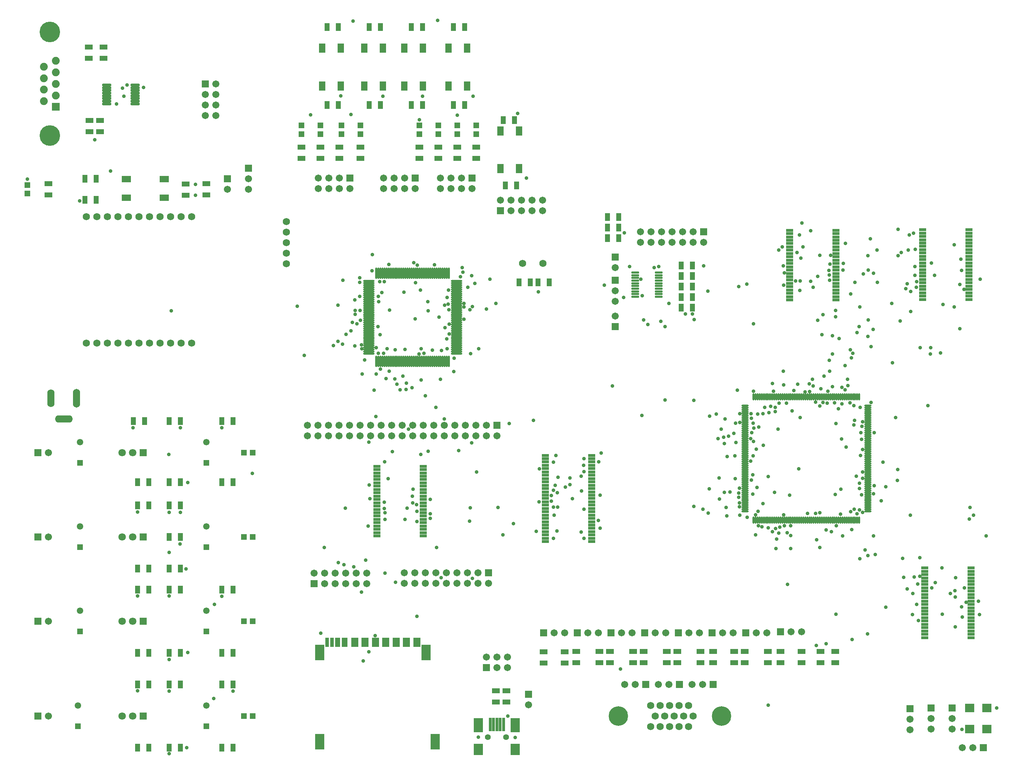
<source format=gts>
%FSLAX44Y44*%
%MOMM*%
G71*
G01*
G75*
G04 Layer_Color=8388736*
%ADD10R,1.1000X1.7000*%
%ADD11R,1.5500X0.4500*%
%ADD12R,1.7000X1.1000*%
%ADD13R,1.4000X2.1000*%
%ADD14R,1.2000X1.2000*%
%ADD15R,1.2000X1.2000*%
%ADD16O,0.3000X2.5400*%
%ADD17O,2.5400X0.3000*%
%ADD18R,2.1000X1.4000*%
%ADD19R,1.5500X0.5500*%
%ADD20O,1.7000X0.3500*%
%ADD21O,1.5500X0.2500*%
%ADD22O,0.2500X1.5500*%
%ADD23R,0.5000X3.1000*%
%ADD24R,2.0000X2.5000*%
%ADD25R,2.0000X3.3000*%
%ADD26O,2.1000X0.4500*%
%ADD27R,0.7000X2.0000*%
%ADD28R,1.0000X2.0000*%
%ADD29R,1.2000X2.0000*%
%ADD30R,1.5000X2.0000*%
%ADD31R,2.0000X3.5000*%
%ADD32R,2.0000X1.8000*%
%ADD33C,0.1500*%
%ADD34R,1.5000X1.5000*%
%ADD35C,1.5000*%
%ADD36R,1.5000X1.5000*%
%ADD37C,1.3500*%
%ADD38R,1.2500X1.2500*%
%ADD39C,1.6000*%
%ADD40R,1.6000X1.6000*%
%ADD41C,1.2000*%
%ADD42O,1.5240X4.0640*%
%ADD43O,4.0640X1.5240*%
%ADD44O,1.5240X4.3180*%
%ADD45C,4.7600*%
%ADD46R,1.6900X1.6900*%
%ADD47C,1.6900*%
%ADD48C,1.5240*%
%ADD49C,4.5000*%
%ADD50C,0.7100*%
%ADD51C,1.0160*%
%ADD52C,0.2540*%
%ADD53C,1.9160*%
G04:AMPARAMS|DCode=54|XSize=2.424mm|YSize=2.424mm|CornerRadius=0mm|HoleSize=0mm|Usage=FLASHONLY|Rotation=0.000|XOffset=0mm|YOffset=0mm|HoleType=Round|Shape=Relief|Width=0.254mm|Gap=0.254mm|Entries=4|*
%AMTHD54*
7,0,0,2.4240,1.9160,0.2540,45*
%
%ADD54THD54*%
%ADD55C,1.8160*%
G04:AMPARAMS|DCode=56|XSize=2.274mm|YSize=2.274mm|CornerRadius=0mm|HoleSize=0mm|Usage=FLASHONLY|Rotation=0.000|XOffset=0mm|YOffset=0mm|HoleType=Round|Shape=Relief|Width=0.254mm|Gap=0.254mm|Entries=4|*
%AMTHD56*
7,0,0,2.2740,1.7660,0.2540,45*
%
%ADD56THD56*%
%ADD57C,2.0160*%
G04:AMPARAMS|DCode=58|XSize=2.524mm|YSize=2.524mm|CornerRadius=0mm|HoleSize=0mm|Usage=FLASHONLY|Rotation=0.000|XOffset=0mm|YOffset=0mm|HoleType=Round|Shape=Relief|Width=0.254mm|Gap=0.254mm|Entries=4|*
%AMTHD58*
7,0,0,2.5240,2.0160,0.2540,45*
%
%ADD58THD58*%
%ADD59C,1.7660*%
%ADD60O,1.7780X4.3180*%
%ADD61O,4.3180X1.7780*%
%AMTHOVALD62*
21,1,2.7940,2.2860,0,0,270.0*
1,1,2.2860,0.0000,1.3970*
1,1,2.2860,0.0000,-1.3970*
21,0,2.7940,1.7780,0,0,270.0*
1,0,1.7780,0.0000,1.3970*
1,0,1.7780,0.0000,-1.3970*
4,0,4,-0.0898,1.3072,-0.8980,2.1154,-0.7184,2.2950,0.0898,1.4868,-0.0898,1.3072,0.0*
4,0,4,-0.0898,-1.4868,0.7184,-2.2950,0.8980,-2.1154,0.0898,-1.3072,-0.0898,-1.4868,0.0*
4,0,4,-0.0898,1.4868,0.7184,2.2950,0.8980,2.1154,0.0898,1.3072,-0.0898,1.4868,0.0*
4,0,4,-0.0898,-1.3072,-0.8980,-2.1154,-0.7184,-2.2950,0.0898,-1.4868,-0.0898,-1.3072,0.0*
%
%ADD62THOVALD62*%

%ADD63C,4.2760*%
%ADD64C,2.1060*%
G04:AMPARAMS|DCode=65|XSize=2.424mm|YSize=2.424mm|CornerRadius=0mm|HoleSize=0mm|Usage=FLASHONLY|Rotation=0.000|XOffset=0mm|YOffset=0mm|HoleType=Round|Shape=Relief|Width=0.254mm|Gap=0.254mm|Entries=4|*
%AMTHD65*
7,0,0,2.4240,1.9160,0.2540,45*
%
%ADD65THD65*%
%ADD66C,1.9160*%
%ADD67C,4.2160*%
%ADD68C,2.2060*%
%ADD69C,2.0160*%
%ADD70C,1.3160*%
G04:AMPARAMS|DCode=71|XSize=1.824mm|YSize=1.824mm|CornerRadius=0mm|HoleSize=0mm|Usage=FLASHONLY|Rotation=0.000|XOffset=0mm|YOffset=0mm|HoleType=Round|Shape=Relief|Width=0.254mm|Gap=0.254mm|Entries=4|*
%AMTHD71*
7,0,0,1.8240,1.3160,0.2540,45*
%
%ADD71THD71*%
G04:AMPARAMS|DCode=72|XSize=2.324mm|YSize=2.324mm|CornerRadius=0mm|HoleSize=0mm|Usage=FLASHONLY|Rotation=0.000|XOffset=0mm|YOffset=0mm|HoleType=Round|Shape=Relief|Width=0.254mm|Gap=0.254mm|Entries=4|*
%AMTHD72*
7,0,0,2.3240,1.8160,0.2540,45*
%
%ADD72THD72*%
%AMTHOVALD73*
21,1,2.5400,2.2860,0,0,90.0*
1,1,2.2860,0.0000,-1.2700*
1,1,2.2860,0.0000,1.2700*
21,0,2.5400,1.7780,0,0,90.0*
1,0,1.7780,0.0000,-1.2700*
1,0,1.7780,0.0000,1.2700*
4,0,4,0.0898,-1.1802,0.8980,-1.9884,0.7184,-2.1680,-0.0898,-1.3598,0.0898,-1.1802,0.0*
4,0,4,0.0898,1.3598,-0.7184,2.1680,-0.8980,1.9884,-0.0898,1.1802,0.0898,1.3598,0.0*
4,0,4,0.0898,-1.3598,-0.7184,-2.1680,-0.8980,-1.9884,-0.0898,-1.1802,0.0898,-1.3598,0.0*
4,0,4,0.0898,1.1802,0.8980,1.9884,0.7184,2.1680,-0.0898,1.3598,0.0898,1.1802,0.0*
%
%ADD73THOVALD73*%

%AMTHOVALD74*
21,1,2.5400,2.2860,0,0,180.0*
1,1,2.2860,1.2700,0.0000*
1,1,2.2860,-1.2700,0.0000*
21,0,2.5400,1.7780,0,0,180.0*
1,0,1.7780,1.2700,0.0000*
1,0,1.7780,-1.2700,0.0000*
4,0,4,1.1802,0.0898,1.9884,0.8980,2.1680,0.7184,1.3598,-0.0898,1.1802,0.0898,0.0*
4,0,4,-1.3598,0.0898,-2.1680,-0.7184,-1.9884,-0.8980,-1.1802,-0.0898,-1.3598,0.0898,0.0*
4,0,4,1.3598,0.0898,2.1680,-0.7184,1.9884,-0.8980,1.1802,-0.0898,1.3598,0.0898,0.0*
4,0,4,-1.1802,0.0898,-1.9884,0.8980,-2.1680,0.7184,-1.3598,-0.0898,-1.1802,0.0898,0.0*
%
%ADD74THOVALD74*%

%ADD75O,1.7780X4.5720*%
G04:AMPARAMS|DCode=76|XSize=4.784mm|YSize=4.784mm|CornerRadius=0mm|HoleSize=0mm|Usage=FLASHONLY|Rotation=0.000|XOffset=0mm|YOffset=0mm|HoleType=Round|Shape=Relief|Width=0.254mm|Gap=0.254mm|Entries=4|*
%AMTHD76*
7,0,0,4.7840,4.2760,0.2540,45*
%
%ADD76THD76*%
G04:AMPARAMS|DCode=77|XSize=2.614mm|YSize=2.614mm|CornerRadius=0mm|HoleSize=0mm|Usage=FLASHONLY|Rotation=0.000|XOffset=0mm|YOffset=0mm|HoleType=Round|Shape=Relief|Width=0.254mm|Gap=0.254mm|Entries=4|*
%AMTHD77*
7,0,0,2.6140,2.1060,0.2540,45*
%
%ADD77THD77*%
G04:AMPARAMS|DCode=78|XSize=2.524mm|YSize=2.524mm|CornerRadius=0mm|HoleSize=0mm|Usage=FLASHONLY|Rotation=0.000|XOffset=0mm|YOffset=0mm|HoleType=Round|Shape=Relief|Width=0.254mm|Gap=0.254mm|Entries=4|*
%AMTHD78*
7,0,0,2.5240,2.0160,0.2540,45*
%
%ADD78THD78*%
%ADD79C,0.6000*%
%ADD80C,0.2500*%
%ADD81C,0.2000*%
%ADD82C,0.1016*%
%ADD83C,0.1778*%
%ADD84C,0.2032*%
%ADD85C,0.5080*%
%ADD86C,0.2794*%
%ADD87R,1.3032X1.9032*%
%ADD88R,1.7532X0.6532*%
%ADD89R,1.9032X1.3032*%
%ADD90R,1.6032X2.3032*%
%ADD91R,1.4032X1.4032*%
%ADD92R,1.4032X1.4032*%
%ADD93O,0.5032X2.7432*%
%ADD94O,2.7432X0.5032*%
%ADD95R,2.3032X1.6032*%
%ADD96R,1.7532X0.7532*%
%ADD97O,1.9032X0.5532*%
%ADD98O,1.7532X0.4532*%
%ADD99O,0.4532X1.7532*%
%ADD100R,0.7032X3.3032*%
%ADD101R,2.2032X2.7032*%
%ADD102R,2.2032X3.5032*%
%ADD103O,2.3032X0.6532*%
%ADD104R,0.9032X2.2032*%
%ADD105R,1.2032X2.2032*%
%ADD106R,1.4032X2.2032*%
%ADD107R,1.7032X2.2032*%
%ADD108R,2.2032X3.7032*%
%ADD109R,2.2032X2.0032*%
%ADD110R,1.7032X1.7032*%
%ADD111C,1.7032*%
%ADD112R,1.7032X1.7032*%
%ADD113C,1.5532*%
%ADD114R,1.4532X1.4532*%
%ADD115C,1.8032*%
%ADD116R,1.8032X1.8032*%
%ADD117C,1.4032*%
%ADD118O,1.7272X4.2672*%
%ADD119O,4.2672X1.7272*%
%ADD120O,1.7272X4.5212*%
%ADD121C,4.9632*%
%ADD122R,1.8932X1.8932*%
%ADD123C,1.8932*%
%ADD124C,1.7272*%
%ADD125C,4.7032*%
%ADD126C,0.9132*%
D87*
X931710Y1398270D02*
D03*
X904710D02*
D03*
X828510D02*
D03*
X855510D02*
D03*
X1285710Y2363470D02*
D03*
X1312710D02*
D03*
X1387310D02*
D03*
X1414310D02*
D03*
X1488910D02*
D03*
X1515910D02*
D03*
X1590510D02*
D03*
X1617510D02*
D03*
X1716240Y2169160D02*
D03*
X1743240D02*
D03*
X1821980Y1935480D02*
D03*
X1794980D02*
D03*
X1776260D02*
D03*
X1749260D02*
D03*
X1312710Y2551430D02*
D03*
X1285710D02*
D03*
X1414310D02*
D03*
X1387310D02*
D03*
X1515910D02*
D03*
X1488910D02*
D03*
X1617510D02*
D03*
X1590510D02*
D03*
X1738160Y2326640D02*
D03*
X1711160D02*
D03*
X2140420Y1925320D02*
D03*
X2167420D02*
D03*
X2140420Y1874520D02*
D03*
X2167420D02*
D03*
Y1899920D02*
D03*
X2140420D02*
D03*
Y1976120D02*
D03*
X2167420D02*
D03*
X2140420Y1950720D02*
D03*
X2167420D02*
D03*
X1989620Y2042160D02*
D03*
X1962620D02*
D03*
X1989620Y2067560D02*
D03*
X1962620D02*
D03*
X1989620Y2092960D02*
D03*
X1962620D02*
D03*
X701510Y2134870D02*
D03*
X728510D02*
D03*
Y2185670D02*
D03*
X701510D02*
D03*
X1031710Y1601470D02*
D03*
X1058710D02*
D03*
X818350D02*
D03*
X845350D02*
D03*
X931710Y1454150D02*
D03*
X904710D02*
D03*
X931710Y1601470D02*
D03*
X904710D02*
D03*
X828510Y1454150D02*
D03*
X855510D02*
D03*
X1058710D02*
D03*
X1031710D02*
D03*
X931710Y1245870D02*
D03*
X904710D02*
D03*
X931710Y1322070D02*
D03*
X904710D02*
D03*
X828510Y1245870D02*
D03*
X855510D02*
D03*
X1031710Y1195070D02*
D03*
X1058710D02*
D03*
X828510D02*
D03*
X855510D02*
D03*
X931710Y1042670D02*
D03*
X904710D02*
D03*
Y1195070D02*
D03*
X931710D02*
D03*
X855510Y1042670D02*
D03*
X828510D02*
D03*
X1031710D02*
D03*
X1058710D02*
D03*
Y966470D02*
D03*
X1031710D02*
D03*
X828510D02*
D03*
X855510D02*
D03*
X931710Y814070D02*
D03*
X904710D02*
D03*
Y966470D02*
D03*
X931710D02*
D03*
X855510Y814070D02*
D03*
X828510D02*
D03*
X1058710D02*
D03*
X1031710D02*
D03*
D88*
X2834760Y1894660D02*
D03*
Y1902660D02*
D03*
Y1910660D02*
D03*
Y1918660D02*
D03*
Y1926660D02*
D03*
Y1934660D02*
D03*
Y1942660D02*
D03*
Y1950660D02*
D03*
Y1958660D02*
D03*
Y1966660D02*
D03*
Y1974660D02*
D03*
Y1982660D02*
D03*
Y1990660D02*
D03*
Y1998660D02*
D03*
Y2006660D02*
D03*
Y2014660D02*
D03*
Y2022660D02*
D03*
Y2030660D02*
D03*
Y2038660D02*
D03*
Y2046660D02*
D03*
Y2054660D02*
D03*
Y2062660D02*
D03*
X2722760Y1894660D02*
D03*
Y1902660D02*
D03*
Y1910660D02*
D03*
Y1918660D02*
D03*
Y1926660D02*
D03*
Y1934660D02*
D03*
Y1942660D02*
D03*
Y1950660D02*
D03*
Y1958660D02*
D03*
Y1966660D02*
D03*
Y1974660D02*
D03*
Y1982660D02*
D03*
Y1990660D02*
D03*
Y1998660D02*
D03*
Y2006660D02*
D03*
Y2014660D02*
D03*
Y2022660D02*
D03*
Y2030660D02*
D03*
Y2038660D02*
D03*
Y2046660D02*
D03*
Y2054660D02*
D03*
Y2062660D02*
D03*
X2513450Y1893390D02*
D03*
Y1901390D02*
D03*
Y1909390D02*
D03*
Y1917390D02*
D03*
Y1925390D02*
D03*
Y1933390D02*
D03*
Y1941390D02*
D03*
Y1949390D02*
D03*
Y1957390D02*
D03*
Y1965390D02*
D03*
Y1973390D02*
D03*
Y1981390D02*
D03*
Y1989390D02*
D03*
Y1997390D02*
D03*
Y2005390D02*
D03*
Y2013390D02*
D03*
Y2021390D02*
D03*
Y2029390D02*
D03*
Y2037390D02*
D03*
Y2045390D02*
D03*
Y2053390D02*
D03*
Y2061390D02*
D03*
X2401450Y1893390D02*
D03*
Y1901390D02*
D03*
Y1909390D02*
D03*
Y1917390D02*
D03*
Y1925390D02*
D03*
Y1933390D02*
D03*
Y1941390D02*
D03*
Y1949390D02*
D03*
Y1957390D02*
D03*
Y1965390D02*
D03*
Y1973390D02*
D03*
Y1981390D02*
D03*
Y1989390D02*
D03*
Y1997390D02*
D03*
Y2005390D02*
D03*
Y2013390D02*
D03*
Y2021390D02*
D03*
Y2029390D02*
D03*
Y2037390D02*
D03*
Y2045390D02*
D03*
Y2053390D02*
D03*
Y2061390D02*
D03*
X2727840Y1247320D02*
D03*
Y1239320D02*
D03*
Y1231320D02*
D03*
Y1223320D02*
D03*
Y1215320D02*
D03*
Y1207320D02*
D03*
Y1199320D02*
D03*
Y1191320D02*
D03*
Y1183320D02*
D03*
Y1175320D02*
D03*
Y1167320D02*
D03*
Y1159320D02*
D03*
Y1151320D02*
D03*
Y1143320D02*
D03*
Y1135320D02*
D03*
Y1127320D02*
D03*
Y1119320D02*
D03*
Y1111320D02*
D03*
Y1103320D02*
D03*
Y1095320D02*
D03*
Y1087320D02*
D03*
Y1079320D02*
D03*
X2839840Y1247320D02*
D03*
Y1239320D02*
D03*
Y1231320D02*
D03*
Y1223320D02*
D03*
Y1215320D02*
D03*
Y1207320D02*
D03*
Y1199320D02*
D03*
Y1191320D02*
D03*
Y1183320D02*
D03*
Y1175320D02*
D03*
Y1167320D02*
D03*
Y1159320D02*
D03*
Y1151320D02*
D03*
Y1143320D02*
D03*
Y1135320D02*
D03*
Y1127320D02*
D03*
Y1119320D02*
D03*
Y1111320D02*
D03*
Y1103320D02*
D03*
Y1095320D02*
D03*
Y1087320D02*
D03*
Y1079320D02*
D03*
X1405770Y1492430D02*
D03*
Y1484430D02*
D03*
Y1476430D02*
D03*
Y1468430D02*
D03*
Y1460430D02*
D03*
Y1452430D02*
D03*
Y1444430D02*
D03*
Y1436430D02*
D03*
Y1428430D02*
D03*
Y1420430D02*
D03*
Y1412430D02*
D03*
Y1404430D02*
D03*
Y1396430D02*
D03*
Y1388430D02*
D03*
Y1380430D02*
D03*
Y1372430D02*
D03*
Y1364430D02*
D03*
Y1356430D02*
D03*
Y1348430D02*
D03*
Y1340430D02*
D03*
Y1332430D02*
D03*
Y1324430D02*
D03*
X1517770Y1492430D02*
D03*
Y1484430D02*
D03*
Y1476430D02*
D03*
Y1468430D02*
D03*
Y1460430D02*
D03*
Y1452430D02*
D03*
Y1444430D02*
D03*
Y1436430D02*
D03*
Y1428430D02*
D03*
Y1420430D02*
D03*
Y1412430D02*
D03*
Y1404430D02*
D03*
Y1396430D02*
D03*
Y1388430D02*
D03*
Y1380430D02*
D03*
Y1372430D02*
D03*
Y1364430D02*
D03*
Y1356430D02*
D03*
Y1348430D02*
D03*
Y1340430D02*
D03*
Y1332430D02*
D03*
Y1324430D02*
D03*
D89*
X712470Y2299170D02*
D03*
Y2326170D02*
D03*
X737870Y2299170D02*
D03*
Y2326170D02*
D03*
X1968500Y1019010D02*
D03*
Y1046010D02*
D03*
X1808480Y1044740D02*
D03*
Y1017740D02*
D03*
X1943100Y1046010D02*
D03*
Y1019010D02*
D03*
X2268220Y1046010D02*
D03*
Y1019010D02*
D03*
X2349500Y1046010D02*
D03*
Y1019010D02*
D03*
X1887220Y1046010D02*
D03*
Y1019010D02*
D03*
X1859280Y1044740D02*
D03*
Y1017740D02*
D03*
X2293620Y1046010D02*
D03*
Y1019010D02*
D03*
X2476500Y1046010D02*
D03*
Y1019010D02*
D03*
X2430780Y1046010D02*
D03*
Y1019010D02*
D03*
X2049780Y1046010D02*
D03*
Y1019010D02*
D03*
X2379980Y1046010D02*
D03*
Y1019010D02*
D03*
X2512060Y1046010D02*
D03*
Y1019010D02*
D03*
X2217420Y1046010D02*
D03*
Y1019010D02*
D03*
X2186940Y1046010D02*
D03*
Y1019010D02*
D03*
X2131060Y1046010D02*
D03*
Y1019010D02*
D03*
X2105660Y1046010D02*
D03*
Y1019010D02*
D03*
X2024380Y1046010D02*
D03*
Y1019010D02*
D03*
X1366520Y2234400D02*
D03*
Y2261400D02*
D03*
X1315720Y2234400D02*
D03*
Y2261400D02*
D03*
X1224280Y2234400D02*
D03*
Y2261400D02*
D03*
X1270000Y2234400D02*
D03*
Y2261400D02*
D03*
X1600200Y2234400D02*
D03*
Y2261400D02*
D03*
X1508760Y2234400D02*
D03*
Y2261400D02*
D03*
X1554480Y2234400D02*
D03*
Y2261400D02*
D03*
X1645920Y2234400D02*
D03*
Y2261400D02*
D03*
X1718310Y923760D02*
D03*
Y950760D02*
D03*
X1692910Y923760D02*
D03*
Y950760D02*
D03*
X994410Y2146770D02*
D03*
Y2173770D02*
D03*
X944880Y2145500D02*
D03*
Y2172500D02*
D03*
X711200Y2502700D02*
D03*
Y2475700D02*
D03*
X746760Y2502700D02*
D03*
Y2475700D02*
D03*
X613410Y2146770D02*
D03*
Y2173770D02*
D03*
D90*
X1704340Y2300800D02*
D03*
Y2209800D02*
D03*
X1749340D02*
D03*
Y2300800D02*
D03*
X1273810Y2500190D02*
D03*
Y2409190D02*
D03*
X1318810D02*
D03*
Y2500190D02*
D03*
X1375410D02*
D03*
Y2409190D02*
D03*
X1420410D02*
D03*
Y2500190D02*
D03*
X1471930D02*
D03*
Y2409190D02*
D03*
X1516930D02*
D03*
Y2500190D02*
D03*
X1578610D02*
D03*
Y2409190D02*
D03*
X1623610D02*
D03*
Y2500190D02*
D03*
D91*
X1508760Y2314280D02*
D03*
Y2293280D02*
D03*
X1320800Y2314280D02*
D03*
Y2293280D02*
D03*
X1600200Y2314280D02*
D03*
Y2293280D02*
D03*
X1554480Y2314280D02*
D03*
Y2293280D02*
D03*
X1645920Y2314280D02*
D03*
Y2293280D02*
D03*
X1366520Y2314280D02*
D03*
Y2293280D02*
D03*
X1270000Y2314280D02*
D03*
Y2293280D02*
D03*
X1224280Y2314280D02*
D03*
Y2293280D02*
D03*
X562610Y2170770D02*
D03*
Y2149770D02*
D03*
D92*
X1106510Y1322070D02*
D03*
X1085510D02*
D03*
X1106510Y1118870D02*
D03*
X1085510D02*
D03*
X1106510Y890270D02*
D03*
X1085510D02*
D03*
X1106510Y1525270D02*
D03*
X1085510D02*
D03*
D93*
X1579750Y1957660D02*
D03*
X1574750D02*
D03*
X1569750D02*
D03*
X1564750D02*
D03*
X1559750D02*
D03*
X1554750D02*
D03*
X1549750D02*
D03*
X1544750D02*
D03*
X1539750D02*
D03*
X1534750D02*
D03*
X1529750D02*
D03*
X1524750D02*
D03*
X1519750D02*
D03*
X1514750D02*
D03*
X1509750D02*
D03*
X1504750D02*
D03*
X1499750D02*
D03*
X1494750D02*
D03*
X1489750D02*
D03*
X1484750D02*
D03*
X1479750D02*
D03*
X1474750D02*
D03*
X1469750D02*
D03*
X1464750D02*
D03*
X1459750D02*
D03*
X1454750D02*
D03*
X1449750D02*
D03*
X1444750D02*
D03*
X1439750D02*
D03*
X1434750D02*
D03*
X1429750D02*
D03*
X1424750D02*
D03*
X1419750D02*
D03*
X1414750D02*
D03*
X1409750D02*
D03*
X1404750D02*
D03*
Y1745660D02*
D03*
X1409750D02*
D03*
X1414750D02*
D03*
X1419750D02*
D03*
X1424750D02*
D03*
X1429750D02*
D03*
X1434750D02*
D03*
X1439750D02*
D03*
X1444750D02*
D03*
X1449750D02*
D03*
X1454750D02*
D03*
X1459750D02*
D03*
X1464750D02*
D03*
X1469750D02*
D03*
X1474750D02*
D03*
X1479750D02*
D03*
X1484750D02*
D03*
X1489750D02*
D03*
X1494750D02*
D03*
X1499750D02*
D03*
X1504750D02*
D03*
X1509750D02*
D03*
X1514750D02*
D03*
X1519750D02*
D03*
X1524750D02*
D03*
X1529750D02*
D03*
X1534750D02*
D03*
X1539750D02*
D03*
X1544750D02*
D03*
X1549750D02*
D03*
X1554750D02*
D03*
X1559750D02*
D03*
X1564750D02*
D03*
X1569750D02*
D03*
X1574750D02*
D03*
X1579750D02*
D03*
D94*
X1386250Y1939160D02*
D03*
Y1934160D02*
D03*
Y1929160D02*
D03*
Y1924160D02*
D03*
Y1919160D02*
D03*
Y1914160D02*
D03*
Y1909160D02*
D03*
Y1904160D02*
D03*
Y1899160D02*
D03*
Y1894160D02*
D03*
Y1889160D02*
D03*
Y1884160D02*
D03*
Y1879160D02*
D03*
Y1874160D02*
D03*
Y1869160D02*
D03*
Y1864160D02*
D03*
Y1859160D02*
D03*
Y1854160D02*
D03*
Y1849160D02*
D03*
Y1844160D02*
D03*
Y1839160D02*
D03*
Y1834160D02*
D03*
Y1829160D02*
D03*
Y1824160D02*
D03*
Y1819160D02*
D03*
Y1814160D02*
D03*
Y1809160D02*
D03*
Y1804160D02*
D03*
Y1799160D02*
D03*
Y1794160D02*
D03*
Y1789160D02*
D03*
Y1784160D02*
D03*
Y1779160D02*
D03*
Y1774160D02*
D03*
Y1769160D02*
D03*
Y1764160D02*
D03*
X1598250D02*
D03*
Y1769160D02*
D03*
Y1774160D02*
D03*
Y1779160D02*
D03*
Y1784160D02*
D03*
Y1789160D02*
D03*
Y1794160D02*
D03*
Y1799160D02*
D03*
Y1804160D02*
D03*
Y1809160D02*
D03*
Y1814160D02*
D03*
Y1819160D02*
D03*
Y1824160D02*
D03*
Y1829160D02*
D03*
Y1834160D02*
D03*
Y1839160D02*
D03*
Y1844160D02*
D03*
Y1849160D02*
D03*
Y1854160D02*
D03*
Y1859160D02*
D03*
Y1864160D02*
D03*
Y1869160D02*
D03*
Y1874160D02*
D03*
Y1879160D02*
D03*
Y1884160D02*
D03*
Y1889160D02*
D03*
Y1894160D02*
D03*
Y1899160D02*
D03*
Y1904160D02*
D03*
Y1909160D02*
D03*
Y1914160D02*
D03*
Y1919160D02*
D03*
Y1924160D02*
D03*
Y1929160D02*
D03*
Y1934160D02*
D03*
Y1939160D02*
D03*
D95*
X801810Y2139950D02*
D03*
X892810D02*
D03*
Y2184950D02*
D03*
X801810D02*
D03*
D96*
X1812170Y1518780D02*
D03*
Y1510780D02*
D03*
Y1502780D02*
D03*
Y1494780D02*
D03*
Y1486780D02*
D03*
Y1478780D02*
D03*
Y1470780D02*
D03*
Y1462780D02*
D03*
Y1454780D02*
D03*
Y1446780D02*
D03*
Y1438780D02*
D03*
Y1430780D02*
D03*
Y1422780D02*
D03*
Y1414780D02*
D03*
Y1406780D02*
D03*
Y1398780D02*
D03*
Y1390780D02*
D03*
Y1382780D02*
D03*
Y1374780D02*
D03*
Y1366780D02*
D03*
Y1358780D02*
D03*
Y1350780D02*
D03*
Y1342780D02*
D03*
Y1334780D02*
D03*
Y1326780D02*
D03*
Y1318780D02*
D03*
Y1310780D02*
D03*
X1924170Y1518780D02*
D03*
Y1510780D02*
D03*
Y1502780D02*
D03*
Y1494780D02*
D03*
Y1486780D02*
D03*
Y1478780D02*
D03*
Y1470780D02*
D03*
Y1462780D02*
D03*
Y1454780D02*
D03*
Y1446780D02*
D03*
Y1438780D02*
D03*
Y1430780D02*
D03*
Y1422780D02*
D03*
Y1414780D02*
D03*
Y1406780D02*
D03*
Y1398780D02*
D03*
Y1390780D02*
D03*
Y1382780D02*
D03*
Y1374780D02*
D03*
Y1366780D02*
D03*
Y1358780D02*
D03*
Y1350780D02*
D03*
Y1342780D02*
D03*
Y1334780D02*
D03*
Y1326780D02*
D03*
Y1318780D02*
D03*
Y1310780D02*
D03*
D97*
X2085900Y1901150D02*
D03*
Y1907650D02*
D03*
Y1914150D02*
D03*
Y1920650D02*
D03*
Y1927150D02*
D03*
Y1933650D02*
D03*
Y1940150D02*
D03*
Y1946650D02*
D03*
Y1953150D02*
D03*
Y1959650D02*
D03*
X2028900Y1901150D02*
D03*
Y1907650D02*
D03*
Y1914150D02*
D03*
Y1920650D02*
D03*
Y1927150D02*
D03*
Y1933650D02*
D03*
Y1940150D02*
D03*
Y1946650D02*
D03*
Y1953150D02*
D03*
Y1959650D02*
D03*
D98*
X2293960Y1638800D02*
D03*
Y1633800D02*
D03*
Y1628800D02*
D03*
Y1623800D02*
D03*
Y1618800D02*
D03*
Y1613800D02*
D03*
Y1608800D02*
D03*
Y1603800D02*
D03*
Y1598800D02*
D03*
Y1593800D02*
D03*
Y1588800D02*
D03*
Y1583800D02*
D03*
Y1578800D02*
D03*
Y1573800D02*
D03*
Y1568800D02*
D03*
Y1563800D02*
D03*
Y1558800D02*
D03*
Y1553800D02*
D03*
Y1548800D02*
D03*
Y1543800D02*
D03*
Y1538800D02*
D03*
Y1533800D02*
D03*
Y1528800D02*
D03*
Y1523800D02*
D03*
Y1518800D02*
D03*
Y1513800D02*
D03*
Y1508800D02*
D03*
Y1503800D02*
D03*
Y1498800D02*
D03*
Y1493800D02*
D03*
Y1488800D02*
D03*
Y1483800D02*
D03*
Y1478800D02*
D03*
Y1473800D02*
D03*
Y1468800D02*
D03*
Y1463800D02*
D03*
Y1458800D02*
D03*
Y1453800D02*
D03*
Y1448800D02*
D03*
Y1443800D02*
D03*
Y1438800D02*
D03*
Y1433800D02*
D03*
Y1428800D02*
D03*
Y1423800D02*
D03*
Y1418800D02*
D03*
Y1413800D02*
D03*
Y1408800D02*
D03*
Y1403800D02*
D03*
Y1398800D02*
D03*
Y1393800D02*
D03*
Y1388800D02*
D03*
Y1383800D02*
D03*
X2590460D02*
D03*
Y1388800D02*
D03*
Y1393800D02*
D03*
Y1398800D02*
D03*
Y1403800D02*
D03*
Y1408800D02*
D03*
Y1413800D02*
D03*
Y1418800D02*
D03*
Y1423800D02*
D03*
Y1428800D02*
D03*
Y1433800D02*
D03*
Y1438800D02*
D03*
Y1443800D02*
D03*
Y1448800D02*
D03*
Y1453800D02*
D03*
Y1458800D02*
D03*
Y1463800D02*
D03*
Y1468800D02*
D03*
Y1473800D02*
D03*
Y1478800D02*
D03*
Y1483800D02*
D03*
Y1488800D02*
D03*
Y1493800D02*
D03*
Y1498800D02*
D03*
Y1503800D02*
D03*
Y1508800D02*
D03*
Y1513800D02*
D03*
Y1518800D02*
D03*
Y1523800D02*
D03*
Y1528800D02*
D03*
Y1533800D02*
D03*
Y1538800D02*
D03*
Y1543800D02*
D03*
Y1548800D02*
D03*
Y1553800D02*
D03*
Y1558800D02*
D03*
Y1563800D02*
D03*
Y1568800D02*
D03*
Y1573800D02*
D03*
Y1578800D02*
D03*
Y1583800D02*
D03*
Y1588800D02*
D03*
Y1593800D02*
D03*
Y1598800D02*
D03*
Y1603800D02*
D03*
Y1608800D02*
D03*
Y1613800D02*
D03*
Y1618800D02*
D03*
Y1623800D02*
D03*
Y1628800D02*
D03*
Y1633800D02*
D03*
Y1638800D02*
D03*
D99*
X2314710Y1363050D02*
D03*
X2319710D02*
D03*
X2324710D02*
D03*
X2329710D02*
D03*
X2334710D02*
D03*
X2339710D02*
D03*
X2344710D02*
D03*
X2349710D02*
D03*
X2354710D02*
D03*
X2359710D02*
D03*
X2364710D02*
D03*
X2369710D02*
D03*
X2374710D02*
D03*
X2379710D02*
D03*
X2384710D02*
D03*
X2389710D02*
D03*
X2394710D02*
D03*
X2399710D02*
D03*
X2404710D02*
D03*
X2409710D02*
D03*
X2414710D02*
D03*
X2419710D02*
D03*
X2424710D02*
D03*
X2429710D02*
D03*
X2434710D02*
D03*
X2439710D02*
D03*
X2444710D02*
D03*
X2449710D02*
D03*
X2454710D02*
D03*
X2459710D02*
D03*
X2464710D02*
D03*
X2469710D02*
D03*
X2474710D02*
D03*
X2479710D02*
D03*
X2484710D02*
D03*
X2489710D02*
D03*
X2494710D02*
D03*
X2499710D02*
D03*
X2504710D02*
D03*
X2509710D02*
D03*
X2514710D02*
D03*
X2519710D02*
D03*
X2524710D02*
D03*
X2529710D02*
D03*
X2534710D02*
D03*
X2539710D02*
D03*
X2544710D02*
D03*
X2549710D02*
D03*
X2554710D02*
D03*
X2559710D02*
D03*
X2564710D02*
D03*
X2569710D02*
D03*
Y1659550D02*
D03*
X2564710D02*
D03*
X2559710D02*
D03*
X2554710D02*
D03*
X2549710D02*
D03*
X2544710D02*
D03*
X2539710D02*
D03*
X2534710D02*
D03*
X2529710D02*
D03*
X2524710D02*
D03*
X2519710D02*
D03*
X2514710D02*
D03*
X2509710D02*
D03*
X2504710D02*
D03*
X2499710D02*
D03*
X2494710D02*
D03*
X2489710D02*
D03*
X2484710D02*
D03*
X2479710D02*
D03*
X2474710D02*
D03*
X2469710D02*
D03*
X2464710D02*
D03*
X2459710D02*
D03*
X2454710D02*
D03*
X2449710D02*
D03*
X2444710D02*
D03*
X2439710D02*
D03*
X2434710D02*
D03*
X2429710D02*
D03*
X2424710D02*
D03*
X2419710D02*
D03*
X2414710D02*
D03*
X2409710D02*
D03*
X2404710D02*
D03*
X2399710D02*
D03*
X2394710D02*
D03*
X2389710D02*
D03*
X2384710D02*
D03*
X2379710D02*
D03*
X2374710D02*
D03*
X2369710D02*
D03*
X2364710D02*
D03*
X2359710D02*
D03*
X2354710D02*
D03*
X2349710D02*
D03*
X2344710D02*
D03*
X2339710D02*
D03*
X2334710D02*
D03*
X2329710D02*
D03*
X2324710D02*
D03*
X2319710D02*
D03*
X2314710D02*
D03*
D100*
X1679448Y869470D02*
D03*
X1687449D02*
D03*
X1695450D02*
D03*
X1703448D02*
D03*
X1711449D02*
D03*
D101*
X1739948Y809470D02*
D03*
X1650949D02*
D03*
D102*
Y868469D02*
D03*
X1739948D02*
D03*
D103*
X754170Y2411620D02*
D03*
Y2405120D02*
D03*
Y2398620D02*
D03*
Y2392120D02*
D03*
Y2385620D02*
D03*
Y2379120D02*
D03*
Y2372620D02*
D03*
Y2366120D02*
D03*
X823170Y2411620D02*
D03*
Y2405120D02*
D03*
Y2398620D02*
D03*
Y2392120D02*
D03*
Y2385620D02*
D03*
Y2379120D02*
D03*
Y2372620D02*
D03*
Y2366120D02*
D03*
D104*
X1286160Y1068070D02*
D03*
X1298160D02*
D03*
D105*
X1311160D02*
D03*
D106*
X1328160D02*
D03*
D107*
X1352410D02*
D03*
X1377410D02*
D03*
X1402410D02*
D03*
X1427410D02*
D03*
X1452410D02*
D03*
X1477410D02*
D03*
X1502410D02*
D03*
D108*
X1524660Y1043070D02*
D03*
X1546660Y828070D02*
D03*
X1268160Y1043070D02*
D03*
Y828070D02*
D03*
D109*
X2877820Y909320D02*
D03*
X2835820D02*
D03*
Y858520D02*
D03*
X2877820D02*
D03*
D110*
X1981200Y1996440D02*
D03*
Y1940560D02*
D03*
Y1828800D02*
D03*
X1096010Y2211070D02*
D03*
X2794000Y909320D02*
D03*
X2743200D02*
D03*
X2692400Y908050D02*
D03*
X1771650Y942340D02*
D03*
X1045210Y2185670D02*
D03*
X991870Y2414270D02*
D03*
D111*
X1981200Y1971040D02*
D03*
X1559560Y2161540D02*
D03*
Y2186940D02*
D03*
X1584960Y2161540D02*
D03*
Y2186940D02*
D03*
X1610360Y2161540D02*
D03*
Y2186940D02*
D03*
X1635760Y2161540D02*
D03*
X1422400D02*
D03*
Y2186940D02*
D03*
X1447800Y2161540D02*
D03*
Y2186940D02*
D03*
X1473200Y2161540D02*
D03*
Y2186940D02*
D03*
X1498600Y2161540D02*
D03*
X1264920D02*
D03*
Y2186940D02*
D03*
X1290320Y2161540D02*
D03*
Y2186940D02*
D03*
X1315720Y2161540D02*
D03*
Y2186940D02*
D03*
X1341120Y2161540D02*
D03*
X1981200Y1915160D02*
D03*
Y1889760D02*
D03*
Y1854200D02*
D03*
X2110740Y966470D02*
D03*
X2085340D02*
D03*
X2192020D02*
D03*
X2166620D02*
D03*
X2029460D02*
D03*
X2004060D02*
D03*
X2240280Y1090930D02*
D03*
X2265680D02*
D03*
X2321560D02*
D03*
X2346960D02*
D03*
X1096010Y2185670D02*
D03*
Y2160270D02*
D03*
X1833880Y1090930D02*
D03*
X1859280D02*
D03*
X1915160D02*
D03*
X1940560D02*
D03*
X1996440D02*
D03*
X2021840D02*
D03*
X2794000Y883920D02*
D03*
Y858520D02*
D03*
X2077720Y1090930D02*
D03*
X2103120D02*
D03*
X2159000D02*
D03*
X2184400D02*
D03*
X2743200Y883920D02*
D03*
Y858520D02*
D03*
X2405380Y1093470D02*
D03*
X2430780D02*
D03*
X2692400Y882650D02*
D03*
Y857250D02*
D03*
X1771650Y916940D02*
D03*
X613410Y1525270D02*
D03*
Y1322070D02*
D03*
Y1118870D02*
D03*
Y890270D02*
D03*
X2818130Y814070D02*
D03*
X2843530D02*
D03*
X2194560Y2032000D02*
D03*
X2169160Y2057400D02*
D03*
Y2032000D02*
D03*
X2143760Y2057400D02*
D03*
Y2032000D02*
D03*
X2118360Y2057400D02*
D03*
Y2032000D02*
D03*
X2092960Y2057400D02*
D03*
Y2032000D02*
D03*
X2067560Y2057400D02*
D03*
Y2032000D02*
D03*
X2042160Y2057400D02*
D03*
Y2032000D02*
D03*
X1805940Y2133600D02*
D03*
Y2108200D02*
D03*
X1780540Y2133600D02*
D03*
Y2108200D02*
D03*
X1755140Y2133600D02*
D03*
Y2108200D02*
D03*
X1729740Y2133600D02*
D03*
Y2108200D02*
D03*
X1704340Y2133600D02*
D03*
X1045210Y2160270D02*
D03*
X1670050Y1032510D02*
D03*
X1695450Y1007110D02*
D03*
Y1032510D02*
D03*
X1720850Y1007110D02*
D03*
Y1032510D02*
D03*
X1017270Y2338070D02*
D03*
X991870D02*
D03*
X1017270Y2363470D02*
D03*
X991870D02*
D03*
X1017270Y2388870D02*
D03*
X991870D02*
D03*
X1017270Y2414270D02*
D03*
X1381760Y1234440D02*
D03*
Y1209040D02*
D03*
X1356360Y1234440D02*
D03*
Y1209040D02*
D03*
X1330960Y1234440D02*
D03*
Y1209040D02*
D03*
X1305560Y1234440D02*
D03*
Y1209040D02*
D03*
X1280160Y1234440D02*
D03*
Y1209040D02*
D03*
X1254760Y1234440D02*
D03*
X1238250Y1565910D02*
D03*
Y1591310D02*
D03*
X1263650Y1565910D02*
D03*
Y1591310D02*
D03*
X1289050Y1565910D02*
D03*
Y1591310D02*
D03*
X1314450Y1565910D02*
D03*
Y1591310D02*
D03*
X1339850Y1565910D02*
D03*
Y1591310D02*
D03*
X1365250Y1565910D02*
D03*
Y1591310D02*
D03*
X1390650Y1565910D02*
D03*
Y1591310D02*
D03*
X1416050Y1565910D02*
D03*
Y1591310D02*
D03*
X1441450Y1565910D02*
D03*
Y1591310D02*
D03*
X1466850Y1565910D02*
D03*
Y1591310D02*
D03*
X1492250Y1565910D02*
D03*
Y1591310D02*
D03*
X1517650Y1565910D02*
D03*
Y1591310D02*
D03*
X1543050Y1565910D02*
D03*
Y1591310D02*
D03*
X1568450Y1565910D02*
D03*
Y1591310D02*
D03*
X1593850Y1565910D02*
D03*
Y1591310D02*
D03*
X1619250Y1565910D02*
D03*
Y1591310D02*
D03*
X1644650Y1565910D02*
D03*
Y1591310D02*
D03*
X1670050Y1565910D02*
D03*
Y1591310D02*
D03*
X1695450Y1565910D02*
D03*
X1471930Y1210310D02*
D03*
Y1235710D02*
D03*
X1497330Y1210310D02*
D03*
Y1235710D02*
D03*
X1522730Y1210310D02*
D03*
Y1235710D02*
D03*
X1548130Y1210310D02*
D03*
Y1235710D02*
D03*
X1573530Y1210310D02*
D03*
Y1235710D02*
D03*
X1598930Y1210310D02*
D03*
Y1235710D02*
D03*
X1624330Y1210310D02*
D03*
Y1235710D02*
D03*
X1649730Y1210310D02*
D03*
Y1235710D02*
D03*
X1675130Y1210310D02*
D03*
D112*
X1635760Y2186940D02*
D03*
X1498600D02*
D03*
X1341120D02*
D03*
X2136140Y966470D02*
D03*
X2217420D02*
D03*
X2054860D02*
D03*
X2214880Y1090930D02*
D03*
X2296160D02*
D03*
X1808480D02*
D03*
X1889760D02*
D03*
X1971040D02*
D03*
X2052320D02*
D03*
X2133600D02*
D03*
X2379980Y1093470D02*
D03*
X588010Y1525270D02*
D03*
Y1322070D02*
D03*
Y1118870D02*
D03*
Y890270D02*
D03*
X2868930Y814070D02*
D03*
X2194560Y2057400D02*
D03*
X1704340Y2108200D02*
D03*
X1670050Y1007110D02*
D03*
X1254760Y1209040D02*
D03*
X1695450Y1591310D02*
D03*
X1675130Y1235710D02*
D03*
D113*
X994410Y1550270D02*
D03*
Y1347070D02*
D03*
X689610D02*
D03*
X994410Y1143870D02*
D03*
X689610D02*
D03*
X994410Y915270D02*
D03*
X684530D02*
D03*
X689610Y1550270D02*
D03*
D114*
X994410Y1500270D02*
D03*
Y1297070D02*
D03*
X689610D02*
D03*
X994410Y1093870D02*
D03*
X689610D02*
D03*
X994410Y865270D02*
D03*
X684530D02*
D03*
X689610Y1500270D02*
D03*
D115*
X791210Y1322070D02*
D03*
X816610D02*
D03*
X791210Y1118870D02*
D03*
X816610D02*
D03*
X791210Y890270D02*
D03*
X816610D02*
D03*
X791210Y1525270D02*
D03*
X816610D02*
D03*
D116*
X842010Y1322070D02*
D03*
Y1118870D02*
D03*
Y890270D02*
D03*
Y1525270D02*
D03*
D117*
X1673450Y839470D02*
D03*
X1717450D02*
D03*
D118*
X619760Y1656080D02*
D03*
D119*
X650760Y1606080D02*
D03*
D120*
X681760Y1656080D02*
D03*
D121*
X616970Y2539220D02*
D03*
Y2289320D02*
D03*
D122*
X631170Y2358870D02*
D03*
D123*
X602770Y2372720D02*
D03*
X631170Y2386570D02*
D03*
X602770Y2400420D02*
D03*
X631170Y2414270D02*
D03*
X602770Y2428120D02*
D03*
X631170Y2441970D02*
D03*
X602770Y2455820D02*
D03*
X631170Y2469670D02*
D03*
D124*
X1187450Y2082230D02*
D03*
Y1980630D02*
D03*
Y2006030D02*
D03*
Y2031430D02*
D03*
Y2056830D02*
D03*
X704850Y1789230D02*
D03*
X730250D02*
D03*
X958850D02*
D03*
X755650D02*
D03*
X806450D02*
D03*
X781050D02*
D03*
X857250D02*
D03*
X831850D02*
D03*
X908050D02*
D03*
X882650D02*
D03*
X933450D02*
D03*
Y2094230D02*
D03*
X882650D02*
D03*
X908050D02*
D03*
X831850D02*
D03*
X857250D02*
D03*
X781050D02*
D03*
X806450D02*
D03*
X755650D02*
D03*
X958850D02*
D03*
X730250D02*
D03*
X704850D02*
D03*
X1757680Y1981200D02*
D03*
X1806480D02*
D03*
X2066130Y864870D02*
D03*
X2089030D02*
D03*
X2111930D02*
D03*
X2134830D02*
D03*
X2157730D02*
D03*
X2077530Y890270D02*
D03*
X2100430D02*
D03*
X2123330D02*
D03*
X2146230D02*
D03*
X2169130D02*
D03*
X2066130Y915670D02*
D03*
X2089030D02*
D03*
X2111930D02*
D03*
X2134830D02*
D03*
X2157730D02*
D03*
D125*
X1988530Y890270D02*
D03*
X2237730D02*
D03*
D126*
X2608750Y1280000D02*
D03*
X2571250Y1269750D02*
D03*
X2424000Y1486000D02*
D03*
X2248750Y1393250D02*
D03*
X2280611Y1394568D02*
D03*
X2250250Y1372750D02*
D03*
X2281750Y1374250D02*
D03*
X2205750Y1379250D02*
D03*
X2192500Y1388500D02*
D03*
X2694250Y1913750D02*
D03*
X2694158Y1865886D02*
D03*
X2716908Y1778636D02*
D03*
X2627000Y1502750D02*
D03*
X2341750Y1634750D02*
D03*
X2351786Y1622044D02*
D03*
X2356104Y1637284D02*
D03*
X2367026Y1634744D02*
D03*
X2337750Y1619250D02*
D03*
X2366772Y1624076D02*
D03*
X1941500Y1503250D02*
D03*
X1435250Y1978750D02*
D03*
X1545000Y1978000D02*
D03*
X1503750Y1977250D02*
D03*
X1494750Y1983500D02*
D03*
X2383750Y2021250D02*
D03*
X2375250Y2013500D02*
D03*
X2536000Y1735500D02*
D03*
X2408000Y1626250D02*
D03*
X2315113Y1584327D02*
D03*
X1745250Y2342750D02*
D03*
X2542250Y1686500D02*
D03*
X2564000Y1377750D02*
D03*
X2514500Y1349250D02*
D03*
X2444750Y1378500D02*
D03*
X2464750Y1379000D02*
D03*
X2475000Y1380250D02*
D03*
X2452750Y2060000D02*
D03*
X2512500Y1868250D02*
D03*
X2387250Y1689000D02*
D03*
X2412170Y1674640D02*
D03*
X2477500Y1679000D02*
D03*
X2049750Y1845500D02*
D03*
X2046000Y1903250D02*
D03*
X2204750Y1914250D02*
D03*
X2194750Y1975250D02*
D03*
X2171750Y1845750D02*
D03*
X2570250Y1451250D02*
D03*
X2323250Y1441000D02*
D03*
X1826750Y1408250D02*
D03*
X2244250Y1429750D02*
D03*
X2313000Y1425250D02*
D03*
X2258250Y1430500D02*
D03*
X2310250Y1573250D02*
D03*
X2313686Y1596644D02*
D03*
X2309368Y1608328D02*
D03*
X2314750Y1552250D02*
D03*
X2267000Y1571500D02*
D03*
X2271250Y1596340D02*
D03*
X2281936Y1597914D02*
D03*
X2272030Y1549400D02*
D03*
X2254250Y1564640D02*
D03*
X2242820Y1562100D02*
D03*
X1642110Y1932940D02*
D03*
X1625600Y1924050D02*
D03*
X1423670Y1390650D02*
D03*
X1369060Y1188720D02*
D03*
X2901750Y909500D02*
D03*
X2433990Y2021370D02*
D03*
X2577910Y1463800D02*
D03*
X2525230Y1437039D02*
D03*
X1343500Y2340250D02*
D03*
X1843439Y1466050D02*
D03*
X725500Y2279500D02*
D03*
X904750Y1381250D02*
D03*
X1012250Y932250D02*
D03*
X904750Y1026750D02*
D03*
Y799500D02*
D03*
X1031500Y1585500D02*
D03*
X932000Y1381500D02*
D03*
X828500Y1382000D02*
D03*
X945500Y1245250D02*
D03*
X1031500Y1179250D02*
D03*
X904750Y1179500D02*
D03*
X828500D02*
D03*
X949500Y1043750D02*
D03*
X828750Y951000D02*
D03*
X2606250Y1573500D02*
D03*
X2690876Y2050542D02*
D03*
X2663698Y2064004D02*
D03*
X2431542Y2078990D02*
D03*
X2386360Y1975930D02*
D03*
X1370694Y1714500D02*
D03*
X1376370Y1748920D02*
D03*
X1835912Y1446780D02*
D03*
X2269744Y1517396D02*
D03*
X1899920Y1432560D02*
D03*
X1860550Y1442212D02*
D03*
X2321560Y1533800D02*
D03*
X1831594Y1434846D02*
D03*
X1833504Y1374780D02*
D03*
X2170938Y1395476D02*
D03*
X1512062Y1520698D02*
D03*
X2700782Y2054660D02*
D03*
X2597930Y1646420D02*
D03*
X1580750Y1811780D02*
D03*
X2612644Y2013712D02*
D03*
X1499000Y1934750D02*
D03*
X1473708Y1774432D02*
D03*
X2327110Y1586900D02*
D03*
X2309050Y1618960D02*
D03*
X1476967Y1692686D02*
D03*
X1482598Y1581658D02*
D03*
X2236724D02*
D03*
X1947164Y1524508D02*
D03*
X1548384Y1634744D02*
D03*
X2338324Y1542796D02*
D03*
X2671008Y2007870D02*
D03*
X2419604D02*
D03*
X1678686Y1943862D02*
D03*
X2603500Y1822450D02*
D03*
X1510792Y1917446D02*
D03*
X1529334Y1528826D02*
D03*
X1561338Y1224026D02*
D03*
X1502750Y1359000D02*
D03*
X1387602Y1447292D02*
D03*
X1385372Y1348430D02*
D03*
X1425940Y1380430D02*
D03*
X1425702Y1234948D02*
D03*
X1451273Y1213187D02*
D03*
X1502250Y1384000D02*
D03*
X1602994Y1530604D02*
D03*
X1425500Y1364500D02*
D03*
X2449790Y1672100D02*
D03*
X2458836Y1686201D02*
D03*
X2421250Y1690500D02*
D03*
X2452895Y1938020D02*
D03*
X2388870Y1958340D02*
D03*
X2492250Y1644460D02*
D03*
X2500884Y2000758D02*
D03*
X2474214D02*
D03*
X1507490Y1763268D02*
D03*
X1561630Y1771358D02*
D03*
X2845308Y1374394D02*
D03*
X2693416D02*
D03*
X1408684Y1829160D02*
D03*
X1399032Y1676146D02*
D03*
X2633980Y1442720D02*
D03*
X2835402Y1365504D02*
D03*
X1430528Y1776222D02*
D03*
X2510536Y1645666D02*
D03*
X1630426Y1869948D02*
D03*
X2657250Y1610000D02*
D03*
X2457196Y1701911D02*
D03*
X2497836Y1747774D02*
D03*
X2603754Y1958086D02*
D03*
X2416556Y1939036D02*
D03*
X2751328Y1953006D02*
D03*
X2703764Y1952498D02*
D03*
X2579878Y1956054D02*
D03*
X2482342Y1646174D02*
D03*
X2527750Y1682750D02*
D03*
X2557000Y1638500D02*
D03*
X2685034Y1932432D02*
D03*
X2426208Y1916176D02*
D03*
X2799155Y1876827D02*
D03*
X2570860D02*
D03*
X2426970Y1939036D02*
D03*
X2707894Y1937766D02*
D03*
X1529588Y1867662D02*
D03*
X2275840Y1675638D02*
D03*
X2314702Y1836166D02*
D03*
X2090674Y1841754D02*
D03*
X2537968Y1538800D02*
D03*
X1579372Y1869440D02*
D03*
X1905254Y1479804D02*
D03*
X1940566Y1361440D02*
D03*
X2224494Y1618704D02*
D03*
X1559306Y1702308D02*
D03*
X2229358Y1558798D02*
D03*
X2337816Y1402588D02*
D03*
X2075180Y1971548D02*
D03*
X2623058Y1408800D02*
D03*
X1577848Y1883156D02*
D03*
X777964Y2366120D02*
D03*
X2395474Y1331976D02*
D03*
X2396998Y1207770D02*
D03*
X2513838Y1136142D02*
D03*
X2801620Y1105662D02*
D03*
X2101062Y1652550D02*
D03*
X2549144Y1383284D02*
D03*
X2715514Y1271778D02*
D03*
X2818638Y1129030D02*
D03*
X2467356Y1315466D02*
D03*
X2698000Y1135000D02*
D03*
X2816352Y1153922D02*
D03*
X2685034Y1196492D02*
D03*
X2577910Y1381260D02*
D03*
X2370490Y1316520D02*
D03*
X2557412Y1388954D02*
D03*
X1790700Y1335532D02*
D03*
X2319790Y1375600D02*
D03*
X1350010Y1249680D02*
D03*
X1214120Y1878330D02*
D03*
X1413750Y1809750D02*
D03*
X1230884Y1759712D02*
D03*
X2699004Y1185672D02*
D03*
X2837180Y1393444D02*
D03*
X2662428Y1484200D02*
D03*
X2876000Y1324500D02*
D03*
X1409192Y1764792D02*
D03*
X1404750Y1715262D02*
D03*
X909774Y1867154D02*
D03*
X1352804Y1893570D02*
D03*
X1331976Y1810258D02*
D03*
X1364488Y1935480D02*
D03*
X2674620Y1269962D02*
D03*
X2529332Y1324356D02*
D03*
X2712212Y1120648D02*
D03*
X2633472Y1152398D02*
D03*
X2584030Y1291082D02*
D03*
X2676652Y1225042D02*
D03*
X2604211Y1324597D02*
D03*
X2702750Y1225500D02*
D03*
X2590800Y1277366D02*
D03*
X2551938Y1339596D02*
D03*
X2715768Y1226820D02*
D03*
X2575560Y1423800D02*
D03*
X2823532Y1199320D02*
D03*
X2801366Y1177036D02*
D03*
X2502662Y1334770D02*
D03*
X1574500Y1799250D02*
D03*
X2489708Y1064768D02*
D03*
X1993392Y1003554D02*
D03*
X2375408Y1331722D02*
D03*
X2350262Y1343660D02*
D03*
X2742184Y1778762D02*
D03*
X2554224Y1764792D02*
D03*
X2550414Y1753779D02*
D03*
X2740914Y1763014D02*
D03*
X2547112Y1645158D02*
D03*
X2577846Y1599438D02*
D03*
X2649728Y1742186D02*
D03*
X2668524Y1842554D02*
D03*
X2521289Y1800098D02*
D03*
X2648458Y1885442D02*
D03*
X2574036Y1573276D02*
D03*
X2766098Y1765338D02*
D03*
X2771648Y1882394D02*
D03*
X2512314Y1852930D02*
D03*
X2494026Y1673352D02*
D03*
X2504948Y1684274D02*
D03*
X2464308Y1646936D02*
D03*
X2541270Y1702308D02*
D03*
X2530094Y1965390D02*
D03*
X2591054D02*
D03*
Y1845310D02*
D03*
X2469678Y1844512D02*
D03*
X2469388Y1950212D02*
D03*
X2496566Y1964944D02*
D03*
X2735326Y1639062D02*
D03*
X2577846Y1533144D02*
D03*
X2707076Y1924304D02*
D03*
X2458212D02*
D03*
X2681732Y1921002D02*
D03*
X2812034Y1824258D02*
D03*
X2576576Y1588800D02*
D03*
X2861818Y1943862D02*
D03*
X2498598Y1941322D02*
D03*
X2504694Y1763522D02*
D03*
X2822194Y1918660D02*
D03*
X2536000Y1676750D02*
D03*
X2527554Y1642618D02*
D03*
X2613739Y1935730D02*
D03*
X2812750Y1931000D02*
D03*
X2572258Y1634490D02*
D03*
X2485136Y1710182D02*
D03*
X2425946Y2050542D02*
D03*
X2596604Y2040928D02*
D03*
X2663642Y2000504D02*
D03*
X2590546D02*
D03*
X2687828Y2013712D02*
D03*
X1479042Y1391412D02*
D03*
X1443736Y1527810D02*
D03*
X1424690Y1503220D02*
D03*
X1646900Y1478836D02*
D03*
X1502410Y1130808D02*
D03*
X2298700Y1931924D02*
D03*
X1955038Y1928876D02*
D03*
X2278634Y1925574D02*
D03*
X2564130Y1815084D02*
D03*
X2059940Y1834134D02*
D03*
X2001266Y1899412D02*
D03*
X2598420Y1780540D02*
D03*
X2589530Y1088390D02*
D03*
X2552526Y1074594D02*
D03*
X1569720Y1880616D02*
D03*
X1611884Y1971548D02*
D03*
X1725168Y1595374D02*
D03*
X1403604Y1612646D02*
D03*
X1369314Y1775460D02*
D03*
X1323086Y1786636D02*
D03*
X1373378Y1022858D02*
D03*
X1368806Y1785112D02*
D03*
X1312245Y1793494D02*
D03*
X1270508Y1090422D02*
D03*
X1395222Y2003044D02*
D03*
X1436878Y1869186D02*
D03*
X1326896Y1255522D02*
D03*
X1323594Y1941322D02*
D03*
X1471638Y1911896D02*
D03*
X1540256Y1772666D02*
D03*
X1592580Y1753362D02*
D03*
X1591818Y1721104D02*
D03*
X1513078Y1775714D02*
D03*
X1549654Y1296670D02*
D03*
X1279398D02*
D03*
X1312418Y1880870D02*
D03*
X1651762Y1775968D02*
D03*
X1312926Y1260602D02*
D03*
X1330198Y1391158D02*
D03*
X2465832Y1060704D02*
D03*
X2389124Y1348994D02*
D03*
X2377948Y1345946D02*
D03*
X1555750Y1852168D02*
D03*
X2449087Y1690859D02*
D03*
X1692910Y1885188D02*
D03*
X2439162Y1672082D02*
D03*
X1670558Y1871472D02*
D03*
X2479548Y1810004D02*
D03*
X1613154Y1960545D02*
D03*
X2482558Y1858010D02*
D03*
X2504941Y1806963D02*
D03*
X1634714Y1952244D02*
D03*
X1575600Y1899412D02*
D03*
X2590800Y1805648D02*
D03*
X1636522Y1877568D02*
D03*
X2474722Y1637538D02*
D03*
X1615948Y1876298D02*
D03*
X2577846Y1478534D02*
D03*
X1615706Y1884680D02*
D03*
X2562737Y1468735D02*
D03*
X1615948Y1846620D02*
D03*
X2394204Y1644904D02*
D03*
X1580896Y1834896D02*
D03*
X1569974Y1826620D02*
D03*
X1735582Y1354074D02*
D03*
X2334768Y1346200D02*
D03*
X1698498Y1393190D02*
D03*
X2326640Y1349248D02*
D03*
X2319710Y1327404D02*
D03*
X1709674D02*
D03*
X1634490Y1549146D02*
D03*
X1631188Y1392682D02*
D03*
X1522730Y1662684D02*
D03*
X2245861Y1606631D02*
D03*
X2281428Y1618996D02*
D03*
X2045208Y1614932D02*
D03*
X1974342Y1685798D02*
D03*
X1519750Y1764538D02*
D03*
X2208784Y1613154D02*
D03*
X1468882Y1709928D02*
D03*
X1435862Y1721358D02*
D03*
X1461722Y1676448D02*
D03*
X2324608Y1618742D02*
D03*
X2569710Y1829562D02*
D03*
X2101596D02*
D03*
X2002790Y2054860D02*
D03*
X2085594Y1973834D02*
D03*
X2110486Y1885334D02*
D03*
X2569972Y1387602D02*
D03*
Y1439164D02*
D03*
X2427224Y1609852D02*
D03*
X2170684Y1651762D02*
D03*
X2350008Y1467612D02*
D03*
X2325341Y1383792D02*
D03*
X1784096Y1603502D02*
D03*
X1906016Y1388618D02*
D03*
X2299462Y1369314D02*
D03*
X1871980Y1447800D02*
D03*
X2207768Y1437894D02*
D03*
X1877568Y1414018D02*
D03*
X2251456Y1516126D02*
D03*
X1898904Y1468120D02*
D03*
X1871726Y1464310D02*
D03*
X2313940Y1517396D02*
D03*
X1352804Y1782572D02*
D03*
X1301496Y1783842D02*
D03*
X1379301Y1266190D02*
D03*
X2350008Y916686D02*
D03*
X1630000Y1360000D02*
D03*
X1535000Y1366750D02*
D03*
X1535250Y1378000D02*
D03*
Y1412500D02*
D03*
X1493250Y1437000D02*
D03*
X1491500Y1420000D02*
D03*
X1492500Y1403750D02*
D03*
X1501750Y1400000D02*
D03*
X1473500Y1364250D02*
D03*
X1424250Y1405750D02*
D03*
X1433000Y1462500D02*
D03*
X1389250Y1414500D02*
D03*
X1636750Y1222000D02*
D03*
X1059250Y950250D02*
D03*
X904750D02*
D03*
X947500Y814250D02*
D03*
X904750Y1285000D02*
D03*
X931750Y1585250D02*
D03*
X818000Y1585500D02*
D03*
X968000Y2146000D02*
D03*
X968500Y2172000D02*
D03*
X763250Y2204000D02*
D03*
X689250Y2132250D02*
D03*
X562500Y2184500D02*
D03*
X842750Y2405750D02*
D03*
X803500Y2412000D02*
D03*
X1516500Y2384250D02*
D03*
X1508250Y2327750D02*
D03*
X795500Y2384750D02*
D03*
X792250Y2404000D02*
D03*
X1318750Y2385500D02*
D03*
X1420250Y2384750D02*
D03*
X1638000D02*
D03*
X1600000Y2339250D02*
D03*
X1246000Y2339500D02*
D03*
X1766500Y2187000D02*
D03*
X904250Y1520750D02*
D03*
X1105750Y1475250D02*
D03*
X931250Y1304750D02*
D03*
X1014250Y1159250D02*
D03*
X1387000Y1044750D02*
D03*
X1651000Y839000D02*
D03*
X1740000Y838500D02*
D03*
X1722000Y890000D02*
D03*
X2708500Y1159250D02*
D03*
X2744500Y1199500D02*
D03*
X2711000Y1208500D02*
D03*
X2859750Y1135250D02*
D03*
X2857000Y1167250D02*
D03*
X2827290Y1164400D02*
D03*
X2769000Y1247500D02*
D03*
X2789174Y1185672D02*
D03*
X2801000Y1192250D02*
D03*
X2802500Y1224000D02*
D03*
X2770000Y1136000D02*
D03*
X1568750Y1606250D02*
D03*
X1386500Y1551000D02*
D03*
X1832250Y1318250D02*
D03*
X1899250Y1333500D02*
D03*
X1905750Y1318750D02*
D03*
X1945000Y1342750D02*
D03*
X1827250Y1422250D02*
D03*
X1841250Y1429000D02*
D03*
X1944750Y1422750D02*
D03*
X1798250Y1486500D02*
D03*
X1906000Y1510750D02*
D03*
X1796000Y1912750D02*
D03*
X1365000Y1947250D02*
D03*
X1364750Y1902000D02*
D03*
X1410500Y1889500D02*
D03*
X1418250Y1911500D02*
D03*
X1409500Y1902000D02*
D03*
X1412500Y1937250D02*
D03*
X1423750D02*
D03*
X1498750Y1847500D02*
D03*
X1529000Y1889500D02*
D03*
X1449750Y1773250D02*
D03*
X1414500Y1726500D02*
D03*
X1513000Y1700250D02*
D03*
X1428000Y1703750D02*
D03*
X1454571Y1690332D02*
D03*
X1449000Y1703250D02*
D03*
X1476250Y1678000D02*
D03*
X1490500Y1682000D02*
D03*
X1632000Y1764250D02*
D03*
X1575250Y1776000D02*
D03*
X1422250Y1765000D02*
D03*
X1404750Y1778500D02*
D03*
X1358250Y1836250D02*
D03*
X1366250Y1844750D02*
D03*
X1579000Y1917250D02*
D03*
X1607566Y1949704D02*
D03*
X2167250Y1859750D02*
D03*
X2387500Y1929000D02*
D03*
X2536250Y2029500D02*
D03*
X2497750Y1954000D02*
D03*
X2428500Y1994250D02*
D03*
X2531500Y1981500D02*
D03*
X2548750Y1908250D02*
D03*
X2743750Y1982500D02*
D03*
X2703750Y1974000D02*
D03*
X2705000Y2015250D02*
D03*
X2798500Y2026750D02*
D03*
X2815250Y1992000D02*
D03*
X2662000Y1458000D02*
D03*
X2606250Y1445750D02*
D03*
X2474750Y1296750D02*
D03*
X2524500Y1377250D02*
D03*
X2404750Y1294250D02*
D03*
X2368500Y1293750D02*
D03*
X2368250Y1342250D02*
D03*
X2360750Y1334750D02*
D03*
X2280750Y1439500D02*
D03*
X2309250Y1459000D02*
D03*
X2313250Y1471750D02*
D03*
X2270750Y1462500D02*
D03*
X2244500Y1547500D02*
D03*
X2307750Y1505250D02*
D03*
X2307500Y1558750D02*
D03*
X2314250Y1673750D02*
D03*
X2374000Y1582250D02*
D03*
X2386500Y1721750D02*
D03*
X2548250Y1773500D02*
D03*
X2498250Y1721750D02*
D03*
X2519873Y1631080D02*
D03*
X2513750Y1595750D02*
D03*
X2557000Y1592500D02*
D03*
X2558500Y1602750D02*
D03*
X2572750Y1518750D02*
D03*
X2512000Y1424750D02*
D03*
X2150500Y1859750D02*
D03*
X2559000Y1935750D02*
D03*
X1343500Y1819250D02*
D03*
X1346750Y1839250D02*
D03*
X1353500Y1868500D02*
D03*
Y1858750D02*
D03*
X1365250Y1868250D02*
D03*
X2376750Y1645000D02*
D03*
X2404000Y1349000D02*
D03*
X2231500Y1464000D02*
D03*
X949750Y1453250D02*
D03*
X1348750Y2566000D02*
D03*
X1552500Y2567500D02*
D03*
X1402250Y1084250D02*
D03*
X2817500Y858000D02*
D03*
X2753250Y1211750D02*
D03*
X2817000Y1965000D02*
D03*
X2499500Y1980000D02*
D03*
X2042750Y1943750D02*
D03*
X2015750Y1974000D02*
D03*
X1904750Y1495000D02*
D03*
X1838250Y1518500D02*
D03*
X1832000Y1502000D02*
D03*
X1797250Y1406750D02*
D03*
X1831750Y1393750D02*
D03*
X1841750Y1394250D02*
D03*
X1840250Y1336000D02*
D03*
X1394250Y1963500D02*
D03*
X2232750Y1413500D02*
D03*
X2280500Y1404250D02*
D03*
X2279111Y1418069D02*
D03*
X2404000Y1325000D02*
D03*
X2387250Y1375600D02*
D03*
X2365750Y1429500D02*
D03*
X2401500Y1422500D02*
D03*
X2489500Y1339250D02*
D03*
X2603750Y1426250D02*
D03*
X2575000Y1557250D02*
D03*
X2527250Y1558250D02*
D03*
X2360750Y1692000D02*
D03*
X2362750Y1673750D02*
D03*
X2279250Y1428000D02*
D03*
M02*

</source>
